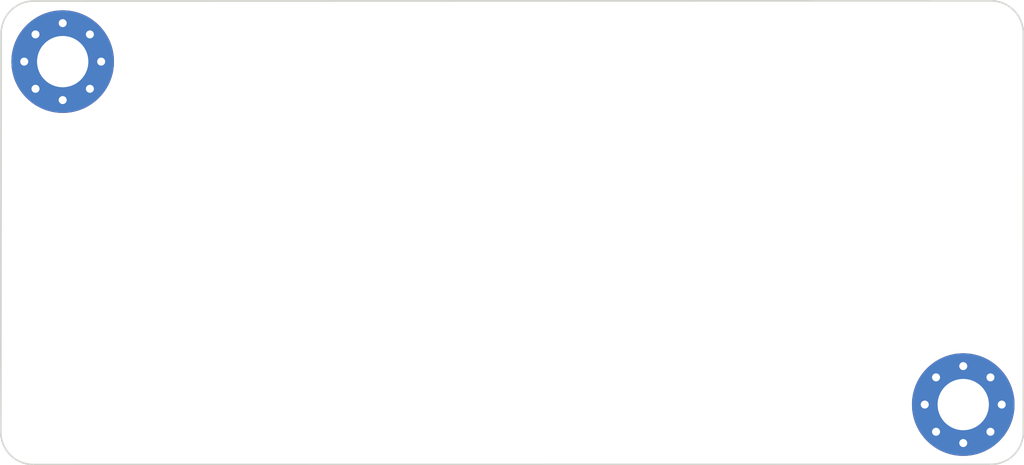
<source format=kicad_pcb>
(kicad_pcb (version 20240108) (generator "pcbnew") (generator_version "8.0")
  (layers (0 "F.Cu" signal) (31 "B.Cu" signal) (34 "B.Paste" user) (35 "F.Paste" user) (36 "B.SilkS" user "B.Silkscreen") (37 "F.SilkS" user "F.Silkscreen") (38 "B.Mask" user) (39 "F.Mask" user) (44 "Edge.Cuts" user))
  (net 0 "")
  (footprint "MountingHole:MountingHole_3.2mm_M3_Pad_Via" (layer "F.Cu") (at 72.007 194.261761)
    (property "Reference" "REF**" (hide yes))
    (property "Value" "MountingHole_3.2mm_M3_Pad_Via" (hide yes))
    (pad "1" thru_hole circle (at -2.4 0) (size 0.8 0.8) (drill 0.5) (layers "*.Cu" "*.Mask"))
    (pad "1" thru_hole circle (at -1.697056 -1.697056) (size 0.8 0.8) (drill 0.5) (layers "*.Cu" "*.Mask"))
    (pad "1" thru_hole circle (at -1.697056 1.697056) (size 0.8 0.8) (drill 0.5) (layers "*.Cu" "*.Mask"))
    (pad "1" thru_hole circle (at 0 -2.4) (size 0.8 0.8) (drill 0.5) (layers "*.Cu" "*.Mask"))
    (pad "1" thru_hole circle (at 0 0) (size 6.4 6.4) (drill 3.2) (layers "*.Cu" "*.Mask"))
    (pad "1" thru_hole circle (at 0 2.4) (size 0.8 0.8) (drill 0.5) (layers "*.Cu" "*.Mask"))
    (pad "1" thru_hole circle (at 1.697056 -1.697056) (size 0.8 0.8) (drill 0.5) (layers "*.Cu" "*.Mask"))
    (pad "1" thru_hole circle (at 1.697056 1.697056) (size 0.8 0.8) (drill 0.5) (layers "*.Cu" "*.Mask"))
    (pad "1" thru_hole circle (at 2.4 0) (size 0.8 0.8) (drill 0.5) (layers "*.Cu" "*.Mask"))
  )
  (footprint "MountingHole:MountingHole_3.2mm_M3_Pad_Via" (layer "F.Cu") (at 15.827233 172.866074)
    (property "Reference" "REF**" (hide yes))
    (property "Value" "MountingHole_3.2mm_M3_Pad_Via" (hide yes))
    (pad "1" thru_hole circle (at -2.4 0) (size 0.8 0.8) (drill 0.5) (layers "*.Cu" "*.Mask"))
    (pad "1" thru_hole circle (at -1.697056 -1.697056) (size 0.8 0.8) (drill 0.5) (layers "*.Cu" "*.Mask"))
    (pad "1" thru_hole circle (at -1.697056 1.697056) (size 0.8 0.8) (drill 0.5) (layers "*.Cu" "*.Mask"))
    (pad "1" thru_hole circle (at 0 -2.4) (size 0.8 0.8) (drill 0.5) (layers "*.Cu" "*.Mask"))
    (pad "1" thru_hole circle (at 0 0) (size 6.4 6.4) (drill 3.2) (layers "*.Cu" "*.Mask"))
    (pad "1" thru_hole circle (at 0 2.4) (size 0.8 0.8) (drill 0.5) (layers "*.Cu" "*.Mask"))
    (pad "1" thru_hole circle (at 1.697056 -1.697056) (size 0.8 0.8) (drill 0.5) (layers "*.Cu" "*.Mask"))
    (pad "1" thru_hole circle (at 1.697056 1.697056) (size 0.8 0.8) (drill 0.5) (layers "*.Cu" "*.Mask"))
    (pad "1" thru_hole circle (at 2.4 0) (size 0.8 0.8) (drill 0.5) (layers "*.Cu" "*.Mask"))
  )
  (gr_line (start 75.758079 195.960859) (end 75.75592 171.1047) (stroke (width 0.1)) (layer "Edge.Cuts"))
  (gr_line (start 73.726079 197.992859) (end 13.997933 198.001397) (stroke (width 0.1)) (layer "Edge.Cuts"))
  (gr_line (start 11.987362 171.121063) (end 11.965933 195.969397) (stroke (width 0.1)) (layer "Edge.Cuts"))
  (gr_line (start 73.72392 169.0727) (end 14.019362 169.089063) (stroke (width 0.1)) (layer "Edge.Cuts"))
  (gr_arc (start 73.72392 169.0727) (mid 75.160748 169.667866) (end 75.75592 171.1047) (stroke (width 0.1)) (layer "Edge.Cuts"))
  (gr_arc (start 11.987362 171.121063) (mid 12.582521 169.684223) (end 14.019362 169.089063) (stroke (width 0.1)) (layer "Edge.Cuts"))
  (gr_arc (start 13.997933 198.001397) (mid 12.561092 197.406238) (end 11.965933 195.969397) (stroke (width 0.1)) (layer "Edge.Cuts"))
  (gr_arc (start 75.758079 195.960859) (mid 75.162933 197.397719) (end 73.726079 197.992859) (stroke (width 0.1)) (layer "Edge.Cuts"))
)
</source>
